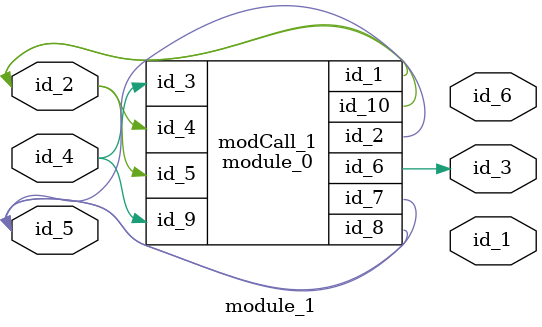
<source format=v>
module module_0 (
    id_1,
    id_2,
    id_3,
    id_4,
    id_5,
    id_6,
    id_7,
    id_8,
    id_9,
    id_10
);
  inout wire id_10;
  input wire id_9;
  output wire id_8;
  output wire id_7;
  output wire id_6;
  input wire id_5;
  input wire id_4;
  input wire id_3;
  inout wire id_2;
  inout wire id_1;
  parameter id_11 = 1;
endmodule
module module_1 (
    id_1,
    id_2,
    id_3,
    id_4,
    id_5,
    id_6
);
  output wire id_6;
  inout wire id_5;
  input wire id_4;
  output wire id_3;
  inout wire id_2;
  output wire id_1;
  module_0 modCall_1 (
      id_2,
      id_5,
      id_4,
      id_2,
      id_2,
      id_3,
      id_5,
      id_5,
      id_4,
      id_2
  );
endmodule

</source>
